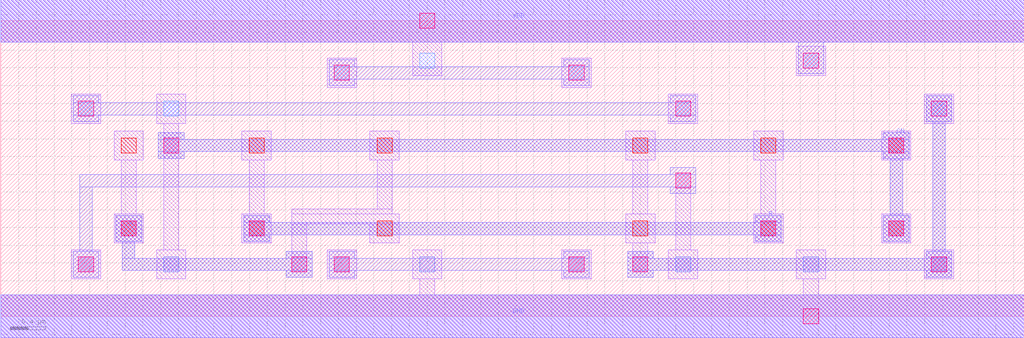
<source format=lef>
MACRO ASYNC3
 CLASS CORE ;
 FOREIGN ASYNC3 0 0 ;
 SIZE 11.52 BY 3.33 ;
 ORIGIN 0 0 ;
 SYMMETRY X Y R90 ;
 SITE unit ;
  PIN VDD
   DIRECTION INOUT ;
   USE POWER ;
   SHAPE ABUTMENT ;
    PORT
     CLASS CORE ;
       LAYER li1 ;
        RECT 0.00000000 3.09000000 11.52000000 3.57000000 ;
       LAYER met1 ;
        RECT 0.00000000 3.09000000 11.52000000 3.57000000 ;
    END
  END VDD

  PIN GND
   DIRECTION INOUT ;
   USE POWER ;
   SHAPE ABUTMENT ;
    PORT
     CLASS CORE ;
       LAYER li1 ;
        RECT 0.00000000 -0.24000000 11.52000000 0.24000000 ;
       LAYER met1 ;
        RECT 0.00000000 -0.24000000 11.52000000 0.24000000 ;
    END
  END GND

  PIN CN
   DIRECTION INOUT ;
   USE SIGNAL ;
   SHAPE ABUTMENT ;
    PORT
     CLASS CORE ;
       LAYER met1 ;
        RECT 9.93500000 0.84500000 10.22500000 1.13500000 ;
        RECT 10.01000000 1.13500000 10.15000000 1.78000000 ;
        RECT 1.77500000 1.78000000 2.06500000 1.85500000 ;
        RECT 9.93500000 1.78000000 10.22500000 1.85500000 ;
        RECT 1.77500000 1.85500000 10.22500000 1.99500000 ;
        RECT 1.77500000 1.99500000 2.06500000 2.07000000 ;
        RECT 9.93500000 1.99500000 10.22500000 2.07000000 ;
    END
  END CN

  PIN C
   DIRECTION INOUT ;
   USE SIGNAL ;
   SHAPE ABUTMENT ;
    PORT
     CLASS CORE ;
       LAYER met1 ;
        RECT 7.05500000 0.44000000 7.34500000 0.51500000 ;
        RECT 10.41500000 0.44000000 10.70500000 0.51500000 ;
        RECT 7.05500000 0.51500000 10.70500000 0.65500000 ;
        RECT 7.05500000 0.65500000 7.34500000 0.73000000 ;
        RECT 10.41500000 0.65500000 10.70500000 0.73000000 ;
        RECT 10.49000000 0.73000000 10.63000000 2.19500000 ;
        RECT 10.41500000 2.19500000 10.70500000 2.48500000 ;
    END
  END C

  PIN A
   DIRECTION INOUT ;
   USE SIGNAL ;
   SHAPE ABUTMENT ;
    PORT
     CLASS CORE ;
       LAYER met1 ;
        RECT 3.21500000 0.44000000 3.50500000 0.51500000 ;
        RECT 1.37000000 0.51500000 3.50500000 0.65500000 ;
        RECT 3.21500000 0.65500000 3.50500000 0.73000000 ;
        RECT 1.37000000 0.65500000 1.51000000 0.84500000 ;
        RECT 1.29500000 0.84500000 1.58500000 1.13500000 ;
    END
  END A

  PIN B
   DIRECTION INOUT ;
   USE SIGNAL ;
   SHAPE ABUTMENT ;
    PORT
     CLASS CORE ;
       LAYER met1 ;
        RECT 2.73500000 0.84500000 3.02500000 0.92000000 ;
        RECT 8.49500000 0.84500000 8.78500000 0.92000000 ;
        RECT 2.73500000 0.92000000 8.78500000 1.06000000 ;
        RECT 2.73500000 1.06000000 3.02500000 1.13500000 ;
        RECT 8.49500000 1.06000000 8.78500000 1.13500000 ;
    END
  END B

 OBS
    LAYER polycont ;
     RECT 1.35500000 0.90500000 1.52500000 1.07500000 ;
     RECT 2.79500000 0.90500000 2.96500000 1.07500000 ;
     RECT 4.23500000 0.90500000 4.40500000 1.07500000 ;
     RECT 7.11500000 0.90500000 7.28500000 1.07500000 ;
     RECT 8.55500000 0.90500000 8.72500000 1.07500000 ;
     RECT 9.99500000 0.90500000 10.16500000 1.07500000 ;
     RECT 1.35500000 1.84000000 1.52500000 2.01000000 ;
     RECT 2.79500000 1.84000000 2.96500000 2.01000000 ;
     RECT 4.23500000 1.84000000 4.40500000 2.01000000 ;
     RECT 7.11500000 1.84000000 7.28500000 2.01000000 ;
     RECT 8.55500000 1.84000000 8.72500000 2.01000000 ;
     RECT 9.99500000 1.84000000 10.16500000 2.01000000 ;

    LAYER pdiffc ;
     RECT 0.87500000 2.25500000 1.04500000 2.42500000 ;
     RECT 1.83500000 2.25500000 2.00500000 2.42500000 ;
     RECT 7.59500000 2.25500000 7.76500000 2.42500000 ;
     RECT 10.47500000 2.25500000 10.64500000 2.42500000 ;
     RECT 3.75500000 2.66000000 3.92500000 2.83000000 ;
     RECT 6.39500000 2.66000000 6.56500000 2.83000000 ;
     RECT 4.71500000 2.79500000 4.88500000 2.96500000 ;
     RECT 9.03500000 2.79500000 9.20500000 2.96500000 ;

    LAYER ndiffc ;
     RECT 0.87500000 0.50000000 1.04500000 0.67000000 ;
     RECT 1.83500000 0.50000000 2.00500000 0.67000000 ;
     RECT 3.75500000 0.50000000 3.92500000 0.67000000 ;
     RECT 4.71500000 0.50000000 4.88500000 0.67000000 ;
     RECT 6.39500000 0.50000000 6.56500000 0.67000000 ;
     RECT 7.59500000 0.50000000 7.76500000 0.67000000 ;
     RECT 9.03500000 0.50000000 9.20500000 0.67000000 ;
     RECT 10.47500000 0.50000000 10.64500000 0.67000000 ;

    LAYER li1 ;
     RECT 0.79500000 0.42000000 1.12500000 0.75000000 ;
     RECT 3.67500000 0.42000000 4.00500000 0.75000000 ;
     RECT 6.31500000 0.42000000 6.64500000 0.75000000 ;
     RECT 0.00000000 -0.24000000 11.52000000 0.24000000 ;
     RECT 4.71500000 0.24000000 4.88500000 0.42000000 ;
     RECT 9.03500000 0.24000000 9.20500000 0.42000000 ;
     RECT 4.63500000 0.42000000 4.96500000 0.75000000 ;
     RECT 8.95500000 0.42000000 9.28500000 0.75000000 ;
     RECT 10.39500000 0.42000000 10.72500000 0.75000000 ;
     RECT 9.91500000 0.82500000 10.24500000 1.15500000 ;
     RECT 7.51500000 0.42000000 7.84500000 0.75000000 ;
     RECT 7.59500000 0.75000000 7.76500000 1.61500000 ;
     RECT 1.27500000 0.82500000 1.60500000 1.15500000 ;
     RECT 1.35500000 1.15500000 1.52500000 1.76000000 ;
     RECT 1.27500000 1.76000000 1.60500000 2.09000000 ;
     RECT 2.71500000 0.82500000 3.04500000 1.15500000 ;
     RECT 2.79500000 1.15500000 2.96500000 1.76000000 ;
     RECT 2.71500000 1.76000000 3.04500000 2.09000000 ;
     RECT 3.27500000 0.50000000 3.44500000 1.04000000 ;
     RECT 4.15500000 0.82500000 4.48500000 1.04000000 ;
     RECT 3.27500000 1.04000000 4.48500000 1.15500000 ;
     RECT 3.27500000 1.15500000 4.40500000 1.21000000 ;
     RECT 4.23500000 1.21000000 4.40500000 1.76000000 ;
     RECT 4.15500000 1.76000000 4.48500000 2.09000000 ;
     RECT 7.11500000 0.50000000 7.28500000 0.82500000 ;
     RECT 7.03500000 0.82500000 7.36500000 1.15500000 ;
     RECT 7.11500000 1.15500000 7.28500000 1.76000000 ;
     RECT 7.03500000 1.76000000 7.36500000 2.09000000 ;
     RECT 8.47500000 0.82500000 8.80500000 1.15500000 ;
     RECT 8.55500000 1.15500000 8.72500000 1.76000000 ;
     RECT 8.47500000 1.76000000 8.80500000 2.09000000 ;
     RECT 9.91500000 1.76000000 10.24500000 2.09000000 ;
     RECT 0.79500000 2.17500000 1.12500000 2.50500000 ;
     RECT 1.75500000 0.42000000 2.08500000 0.75000000 ;
     RECT 1.83500000 0.75000000 2.00500000 2.17500000 ;
     RECT 1.75500000 2.17500000 2.08500000 2.50500000 ;
     RECT 7.51500000 2.17500000 7.84500000 2.50500000 ;
     RECT 10.39500000 2.17500000 10.72500000 2.50500000 ;
     RECT 3.67500000 2.58000000 4.00500000 2.91000000 ;
     RECT 6.31500000 2.58000000 6.64500000 2.91000000 ;
     RECT 8.95500000 2.71500000 9.28500000 3.04500000 ;
     RECT 4.63500000 2.71500000 4.96500000 3.09000000 ;
     RECT 0.00000000 3.09000000 11.52000000 3.57000000 ;

    LAYER viali ;
     RECT 9.03500000 -0.08500000 9.20500000 0.08500000 ;
     RECT 0.87500000 0.50000000 1.04500000 0.67000000 ;
     RECT 3.27500000 0.50000000 3.44500000 0.67000000 ;
     RECT 3.75500000 0.50000000 3.92500000 0.67000000 ;
     RECT 6.39500000 0.50000000 6.56500000 0.67000000 ;
     RECT 7.11500000 0.50000000 7.28500000 0.67000000 ;
     RECT 10.47500000 0.50000000 10.64500000 0.67000000 ;
     RECT 1.35500000 0.90500000 1.52500000 1.07500000 ;
     RECT 2.79500000 0.90500000 2.96500000 1.07500000 ;
     RECT 8.55500000 0.90500000 8.72500000 1.07500000 ;
     RECT 9.99500000 0.90500000 10.16500000 1.07500000 ;
     RECT 7.59500000 1.44500000 7.76500000 1.61500000 ;
     RECT 1.83500000 1.84000000 2.00500000 2.01000000 ;
     RECT 9.99500000 1.84000000 10.16500000 2.01000000 ;
     RECT 0.87500000 2.25500000 1.04500000 2.42500000 ;
     RECT 7.59500000 2.25500000 7.76500000 2.42500000 ;
     RECT 10.47500000 2.25500000 10.64500000 2.42500000 ;
     RECT 3.75500000 2.66000000 3.92500000 2.83000000 ;
     RECT 6.39500000 2.66000000 6.56500000 2.83000000 ;
     RECT 9.03500000 2.79500000 9.20500000 2.96500000 ;
     RECT 4.71500000 3.24500000 4.88500000 3.41500000 ;

    LAYER met1 ;
     RECT 0.00000000 -0.24000000 11.52000000 0.24000000 ;
     RECT 3.69500000 0.44000000 3.98500000 0.51500000 ;
     RECT 6.33500000 0.44000000 6.62500000 0.51500000 ;
     RECT 3.69500000 0.51500000 6.62500000 0.65500000 ;
     RECT 3.69500000 0.65500000 3.98500000 0.73000000 ;
     RECT 6.33500000 0.65500000 6.62500000 0.73000000 ;
     RECT 3.21500000 0.44000000 3.50500000 0.51500000 ;
     RECT 1.37000000 0.51500000 3.50500000 0.65500000 ;
     RECT 3.21500000 0.65500000 3.50500000 0.73000000 ;
     RECT 1.37000000 0.65500000 1.51000000 0.84500000 ;
     RECT 1.29500000 0.84500000 1.58500000 1.13500000 ;
     RECT 2.73500000 0.84500000 3.02500000 0.92000000 ;
     RECT 8.49500000 0.84500000 8.78500000 0.92000000 ;
     RECT 2.73500000 0.92000000 8.78500000 1.06000000 ;
     RECT 2.73500000 1.06000000 3.02500000 1.13500000 ;
     RECT 8.49500000 1.06000000 8.78500000 1.13500000 ;
     RECT 0.81500000 0.44000000 1.10500000 0.73000000 ;
     RECT 0.89000000 0.73000000 1.03000000 1.46000000 ;
     RECT 7.53500000 1.38500000 7.82500000 1.46000000 ;
     RECT 0.89000000 1.46000000 7.82500000 1.60000000 ;
     RECT 7.53500000 1.60000000 7.82500000 1.67500000 ;
     RECT 9.93500000 0.84500000 10.22500000 1.13500000 ;
     RECT 10.01000000 1.13500000 10.15000000 1.78000000 ;
     RECT 1.77500000 1.78000000 2.06500000 1.85500000 ;
     RECT 9.93500000 1.78000000 10.22500000 1.85500000 ;
     RECT 1.77500000 1.85500000 10.22500000 1.99500000 ;
     RECT 1.77500000 1.99500000 2.06500000 2.07000000 ;
     RECT 9.93500000 1.99500000 10.22500000 2.07000000 ;
     RECT 0.81500000 2.19500000 1.10500000 2.27000000 ;
     RECT 7.53500000 2.19500000 7.82500000 2.27000000 ;
     RECT 0.81500000 2.27000000 7.82500000 2.41000000 ;
     RECT 0.81500000 2.41000000 1.10500000 2.48500000 ;
     RECT 7.53500000 2.41000000 7.82500000 2.48500000 ;
     RECT 7.05500000 0.44000000 7.34500000 0.51500000 ;
     RECT 10.41500000 0.44000000 10.70500000 0.51500000 ;
     RECT 7.05500000 0.51500000 10.70500000 0.65500000 ;
     RECT 7.05500000 0.65500000 7.34500000 0.73000000 ;
     RECT 10.41500000 0.65500000 10.70500000 0.73000000 ;
     RECT 10.49000000 0.73000000 10.63000000 2.19500000 ;
     RECT 10.41500000 2.19500000 10.70500000 2.48500000 ;
     RECT 3.69500000 2.60000000 3.98500000 2.67500000 ;
     RECT 6.33500000 2.60000000 6.62500000 2.67500000 ;
     RECT 3.69500000 2.67500000 6.62500000 2.81500000 ;
     RECT 3.69500000 2.81500000 3.98500000 2.89000000 ;
     RECT 6.33500000 2.81500000 6.62500000 2.89000000 ;
     RECT 8.97500000 2.73500000 9.26500000 3.09000000 ;
     RECT 0.00000000 3.09000000 11.52000000 3.57000000 ;

 END
END ASYNC3

</source>
